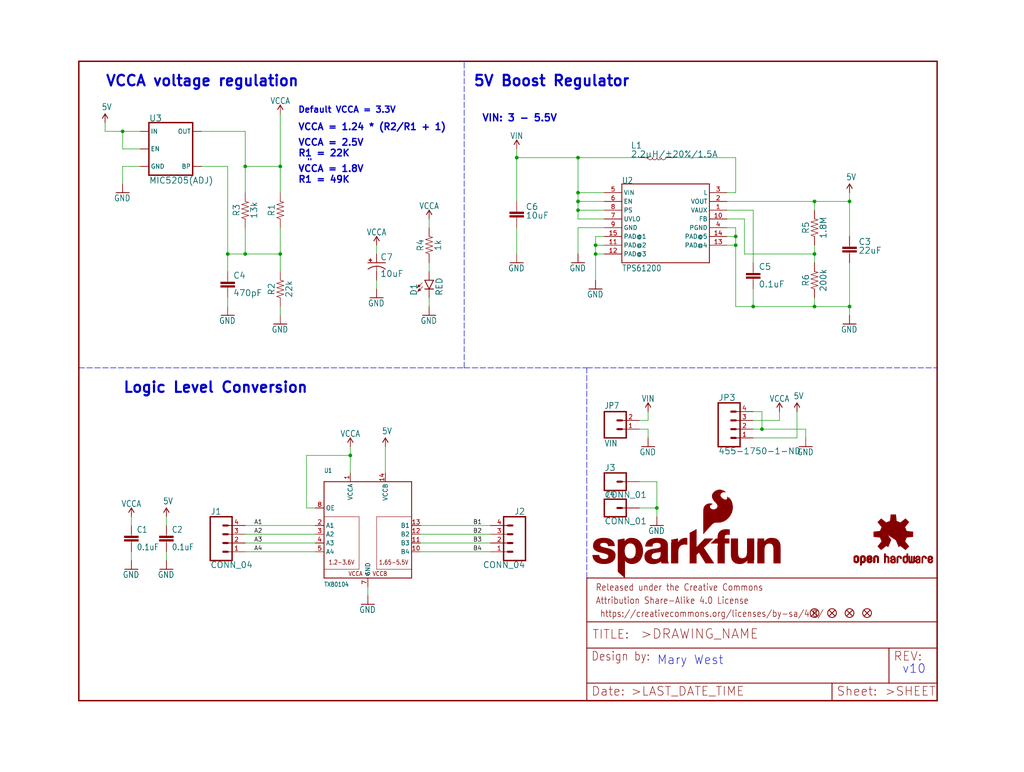
<source format=kicad_sch>
(kicad_sch (version 20211123) (generator eeschema)
  (paper "User" 297.002 223.926)
  (lib_symbols
    (symbol "eagleSchem-eagle-import:0.1UF-0603-25V-(+80{slash}-20%)"
      (property "Reference" "C" (at 1.524 2.921 0))
      (property "Value" "0.1UF-0603-25V-(+80{slash}-20%)" (at 1.524 -2.159 0))
      (symbol "0.1UF-0603-25V-(+80{slash}-20%)_1_0"
        (pin passive line (at 0 5.08 270) (length 2.54) (name "1") (number "1"))
        (pin passive line (at 0 -2.54 90) (length 2.54) (name "2") (number "2"))
      )
    )
    (symbol "eagleSchem-eagle-import:0.1UF-25V(+80{slash}-20%)(0603)"
      (property "Reference" "C" (at 1.524 2.921 0))
      (property "Value" "0.1UF-25V(+80{slash}-20%)(0603)" (at 1.524 -2.159 0))
      (symbol "0.1UF-25V(+80{slash}-20%)(0603)_1_0"
        (pin passive line (at 0 5.08 270) (length 2.54) (name "1") (number "1"))
        (pin passive line (at 0 -2.54 90) (length 2.54) (name "2") (number "2"))
      )
    )
    (symbol "eagleSchem-eagle-import:1.8MOHM"
      (property "Reference" "R" (at 0 1.524 0))
      (property "Value" "1.8MOHM" (at 0 -1.524 0))
      (symbol "1.8MOHM_1_0"
        (pin passive line (at -5.08 0 0) (length 2.54) (name "1") (number "1"))
        (pin passive line (at 5.08 0 180) (length 2.54) (name "2") (number "2"))
      )
    )
    (symbol "eagleSchem-eagle-import:10UF-0603-6.3V-20%"
      (property "Reference" "C" (at 1.524 2.921 0))
      (property "Value" "10UF-0603-6.3V-20%" (at 1.524 -2.159 0))
      (symbol "10UF-0603-6.3V-20%_1_0"
        (pin passive line (at 0 5.08 270) (length 2.54) (name "1") (number "1"))
        (pin passive line (at 0 -2.54 90) (length 2.54) (name "2") (number "2"))
      )
    )
    (symbol "eagleSchem-eagle-import:10UF-POLAR-EIA3216-16V-10%(TANT)"
      (property "Reference" "C" (at 1.016 0.635 0))
      (property "Value" "10UF-POLAR-EIA3216-16V-10%(TANT)" (at 1.016 -4.191 0))
      (symbol "10UF-POLAR-EIA3216-16V-10%(TANT)_1_0"
        (pin passive line (at 0 2.54 270) (length 2.54) (name "+") (number "+"))
        (pin passive line (at 0 -5.08 90) (length 2.54) (name "-") (number "-"))
      )
    )
    (symbol "eagleSchem-eagle-import:13KOHM-0603-1{slash}10W-1%"
      (property "Reference" "R" (at 0 1.524 0))
      (property "Value" "13KOHM-0603-1{slash}10W-1%" (at 0 -1.524 0))
      (symbol "13KOHM-0603-1{slash}10W-1%_1_0"
        (pin passive line (at -5.08 0 0) (length 2.54) (name "1") (number "1"))
        (pin passive line (at 5.08 0 180) (length 2.54) (name "2") (number "2"))
      )
    )
    (symbol "eagleSchem-eagle-import:1KOHM-0603-1{slash}10W-1%"
      (property "Reference" "R" (at 0 1.524 0))
      (property "Value" "1KOHM-0603-1{slash}10W-1%" (at 0 -1.524 0))
      (symbol "1KOHM-0603-1{slash}10W-1%_1_0"
        (pin passive line (at -5.08 0 0) (length 2.54) (name "1") (number "1"))
        (pin passive line (at 5.08 0 180) (length 2.54) (name "2") (number "2"))
      )
    )
    (symbol "eagleSchem-eagle-import:200KOHM-0603-1{slash}10W-1%"
      (property "Reference" "R" (at 0 1.524 0))
      (property "Value" "200KOHM-0603-1{slash}10W-1%" (at 0 -1.524 0))
      (symbol "200KOHM-0603-1{slash}10W-1%_1_0"
        (pin passive line (at -5.08 0 0) (length 2.54) (name "1") (number "1"))
        (pin passive line (at 5.08 0 180) (length 2.54) (name "2") (number "2"))
      )
    )
    (symbol "eagleSchem-eagle-import:22KOHM-0603-1{slash}10W-1%"
      (property "Reference" "R" (at 0 1.524 0))
      (property "Value" "22KOHM-0603-1{slash}10W-1%" (at 0 -1.524 0))
      (symbol "22KOHM-0603-1{slash}10W-1%_1_0"
        (pin passive line (at -5.08 0 0) (length 2.54) (name "1") (number "1"))
        (pin passive line (at 5.08 0 180) (length 2.54) (name "2") (number "2"))
      )
    )
    (symbol "eagleSchem-eagle-import:22UF-0805-6.3V-20%"
      (property "Reference" "C" (at 1.524 2.921 0))
      (property "Value" "22UF-0805-6.3V-20%" (at 1.524 -2.159 0))
      (symbol "22UF-0805-6.3V-20%_1_0"
        (pin passive line (at 0 5.08 270) (length 2.54) (name "1") (number "1"))
        (pin passive line (at 0 -2.54 90) (length 2.54) (name "2") (number "2"))
      )
    )
    (symbol "eagleSchem-eagle-import:470PF-0603-50V-5%"
      (property "Reference" "C" (at 1.524 2.921 0))
      (property "Value" "470PF-0603-50V-5%" (at 1.524 -2.159 0))
      (symbol "470PF-0603-50V-5%_1_0"
        (pin passive line (at 0 5.08 270) (length 2.54) (name "1") (number "1"))
        (pin passive line (at 0 -2.54 90) (length 2.54) (name "2") (number "2"))
      )
    )
    (symbol "eagleSchem-eagle-import:5V" (power)
      (property "Value" "5V" (at -1.016 3.556 0))
      (symbol "5V_1_0"
        (pin power_in line (at 0 0 90) (length 2.54) (name "5V") (number "1"))
      )
    )
    (symbol "eagleSchem-eagle-import:CONN_01"
      (property "Reference" "J" (at -2.54 3.048 0))
      (property "Value" "CONN_01" (at -2.54 -4.826 0))
      (symbol "CONN_01_1_0"
        (pin passive line (at 7.62 0 180) (length 5.08) (name "1") (number "1"))
      )
    )
    (symbol "eagleSchem-eagle-import:CONN_04"
      (property "Reference" "J" (at -5.08 8.128 0))
      (property "Value" "CONN_04" (at -5.08 -7.366 0))
      (symbol "CONN_04_1_0"
        (pin passive line (at 5.08 -2.54 180) (length 5.08) (name "1") (number "1"))
        (pin passive line (at 5.08 0 180) (length 5.08) (name "2") (number "2"))
        (pin passive line (at 5.08 2.54 180) (length 5.08) (name "3") (number "3"))
        (pin passive line (at 5.08 5.08 180) (length 5.08) (name "4") (number "4"))
      )
    )
    (symbol "eagleSchem-eagle-import:FIDUCIALUFIDUCIAL")
    (symbol "eagleSchem-eagle-import:FRAME-LETTER"
      (symbol "FRAME-LETTER_2_0"
        (text " https://creativecommons.org/licenses/by-sa/4.0/" (at 2.54 24.13 0) (effects (font (size 1.9304 1.6408)) (justify left bottom)))
        (text ">DRAWING_NAME" (at 15.494 17.78 0) (effects (font (size 2.7432 2.7432)) (justify left bottom)))
        (text ">LAST_DATE_TIME" (at 12.7 1.27 0) (effects (font (size 2.54 2.54)) (justify left bottom)))
        (text ">SHEET" (at 86.36 1.27 0) (effects (font (size 2.54 2.54)) (justify left bottom)))
        (text "Attribution Share-Alike 4.0 License" (at 2.54 27.94 0) (effects (font (size 1.9304 1.6408)) (justify left bottom)))
        (text "Date:" (at 1.27 1.27 0) (effects (font (size 2.54 2.54)) (justify left bottom)))
        (text "Design by:" (at 1.27 11.43 0) (effects (font (size 2.54 2.159)) (justify left bottom)))
        (text "Released under the Creative Commons" (at 2.54 31.75 0) (effects (font (size 1.9304 1.6408)) (justify left bottom)))
        (text "REV:" (at 88.9 11.43 0) (effects (font (size 2.54 2.54)) (justify left bottom)))
        (text "Sheet:" (at 72.39 1.27 0) (effects (font (size 2.54 2.54)) (justify left bottom)))
        (text "TITLE:" (at 1.524 17.78 0) (effects (font (size 2.54 2.54)) (justify left bottom)))
      )
    )
    (symbol "eagleSchem-eagle-import:GND" (power)
      (property "Value" "GND" (at -2.54 -2.54 0))
      (symbol "GND_1_0"
        (pin power_in line (at 0 2.54 270) (length 2.54) (name "GND") (number "1"))
      )
    )
    (symbol "eagleSchem-eagle-import:INDUCTOR-VLF4012AT-2.2UH"
      (property "Reference" "L" (at 1.27 2.54 0))
      (property "Value" "INDUCTOR-VLF4012AT-2.2UH" (at 1.27 -2.54 0))
      (symbol "INDUCTOR-VLF4012AT-2.2UH_1_0"
        (pin passive line (at 0 5.08 270) (length 2.54) (name "1") (number "P$1"))
        (pin passive line (at 0 -5.08 90) (length 2.54) (name "2") (number "P$2"))
      )
    )
    (symbol "eagleSchem-eagle-import:LED-RED0603"
      (property "Reference" "D" (at -3.429 -4.572 90))
      (property "Value" "LED-RED0603" (at 1.905 -4.572 90))
      (symbol "LED-RED0603_1_0"
        (pin passive line (at 0 2.54 270) (length 2.54) (name "A") (number "A"))
        (pin passive line (at 0 -5.08 90) (length 2.54) (name "C") (number "C"))
      )
    )
    (symbol "eagleSchem-eagle-import:M02PTH"
      (property "Reference" "JP" (at -2.54 5.842 0))
      (property "Value" "M02PTH" (at -2.54 -5.08 0))
      (symbol "M02PTH_1_0"
        (pin passive line (at 7.62 0 180) (length 5.08) (name "1") (number "1"))
        (pin passive line (at 7.62 2.54 180) (length 5.08) (name "2") (number "2"))
      )
    )
    (symbol "eagleSchem-eagle-import:OSHW-LOGOS")
    (symbol "eagleSchem-eagle-import:RESISTORAXIAL-0.3"
      (property "Reference" "R" (at 0 1.524 0))
      (property "Value" "RESISTORAXIAL-0.3" (at 0 -1.524 0))
      (symbol "RESISTORAXIAL-0.3_1_0"
        (pin passive line (at -5.08 0 0) (length 2.54) (name "1") (number "P$1"))
        (pin passive line (at 5.08 0 180) (length 2.54) (name "2") (number "P$2"))
      )
    )
    (symbol "eagleSchem-eagle-import:SFE_LOGO_NAME_FLAME.1_INCH")
    (symbol "eagleSchem-eagle-import:TPS61200"
      (property "Reference" "U" (at -12.7 10.16 0))
      (property "Value" "TPS61200" (at -12.7 -15.24 0))
      (symbol "TPS61200_1_0"
        (pin passive line (at 17.78 2.54 180) (length 5.08) (name "VAUX") (number "1"))
        (pin passive line (at 17.78 0 180) (length 5.08) (name "FB") (number "10"))
        (pin power_in line (at -17.78 -7.62 0) (length 5.08) (name "PAD@2") (number "11"))
        (pin power_in line (at -17.78 -10.16 0) (length 5.08) (name "PAD@3") (number "12"))
        (pin power_in line (at 17.78 -7.62 180) (length 5.08) (name "PAD@4") (number "13"))
        (pin power_in line (at 17.78 -5.08 180) (length 5.08) (name "PAD@5") (number "14"))
        (pin power_in line (at -17.78 -5.08 0) (length 5.08) (name "PAD@1") (number "15"))
        (pin passive line (at 17.78 5.08 180) (length 5.08) (name "VOUT") (number "2"))
        (pin passive line (at 17.78 7.62 180) (length 5.08) (name "L") (number "3"))
        (pin power_in line (at 17.78 -2.54 180) (length 5.08) (name "PGND") (number "4"))
        (pin power_in line (at -17.78 7.62 0) (length 5.08) (name "VIN") (number "5"))
        (pin input line (at -17.78 5.08 0) (length 5.08) (name "EN") (number "6"))
        (pin passive line (at -17.78 0 0) (length 5.08) (name "UVLO") (number "7"))
        (pin input line (at -17.78 2.54 0) (length 5.08) (name "PS") (number "8"))
        (pin power_in line (at -17.78 -2.54 0) (length 5.08) (name "GND") (number "9"))
      )
    )
    (symbol "eagleSchem-eagle-import:TXB0104PWR"
      (property "Reference" "U" (at -12.7 17.78 0))
      (property "Value" "TXB0104PWR" (at -12.7 -15.24 0))
      (symbol "TXB0104PWR_1_0"
        (text "1.2-3.6V" (at -11.43 -8.89 0) (effects (font (size 1.27 1.0795)) (justify left bottom)))
        (text "1.65-5.5V" (at 3.175 -8.89 0) (effects (font (size 1.27 1.0795)) (justify left bottom)))
        (text "VCCA ≤ VCCB" (at 0 -12.192 0) (effects (font (size 1.27 1.0795)) (justify bottom)))
        (pin bidirectional line (at -5.08 17.78 270) (length 2.54) (name "VCCA") (number "1"))
        (pin bidirectional line (at 15.24 -5.08 180) (length 2.54) (name "B4") (number "10"))
        (pin bidirectional line (at 15.24 -2.54 180) (length 2.54) (name "B3") (number "11"))
        (pin bidirectional line (at 15.24 0 180) (length 2.54) (name "B2") (number "12"))
        (pin bidirectional line (at 15.24 2.54 180) (length 2.54) (name "B1") (number "13"))
        (pin bidirectional line (at 5.08 17.78 270) (length 2.54) (name "VCCB") (number "14"))
        (pin bidirectional line (at -15.24 2.54 0) (length 2.54) (name "A1") (number "2"))
        (pin bidirectional line (at -15.24 0 0) (length 2.54) (name "A2") (number "3"))
        (pin bidirectional line (at -15.24 -2.54 0) (length 2.54) (name "A3") (number "4"))
        (pin bidirectional line (at -15.24 -5.08 0) (length 2.54) (name "A4") (number "5"))
        (pin bidirectional line (at 0 -15.24 90) (length 2.54) (name "GND") (number "7"))
        (pin bidirectional line (at -15.24 7.62 0) (length 2.54) (name "OE") (number "8"))
      )
    )
    (symbol "eagleSchem-eagle-import:VCCA" (power)
      (property "Value" "VCCA" (at 0 2.794 0))
      (symbol "VCCA_1_0"
        (pin power_in line (at 0 0 90) (length 2.54) (name "VCCA") (number "1"))
      )
    )
    (symbol "eagleSchem-eagle-import:VIN" (power)
      (property "Value" "VIN" (at 0 2.794 0))
      (symbol "VIN_1_0"
        (pin power_in line (at 0 0 90) (length 2.54) (name "VIN") (number "1"))
      )
    )
    (symbol "eagleSchem-eagle-import:V_REG_MIC5205ADJ"
      (property "Reference" "U" (at -7.62 7.874 0))
      (property "Value" "V_REG_MIC5205ADJ" (at -7.62 -8.128 0))
      (symbol "V_REG_MIC5205ADJ_1_0"
        (pin input line (at -10.16 5.08 0) (length 2.54) (name "IN") (number "1"))
        (pin input line (at -10.16 -5.08 0) (length 2.54) (name "GND") (number "2"))
        (pin input line (at -10.16 0 0) (length 2.54) (name "EN") (number "3"))
        (pin input line (at 7.62 -5.08 180) (length 2.54) (name "BP") (number "4"))
        (pin passive line (at 7.62 5.08 180) (length 2.54) (name "OUT") (number "5"))
      )
    )
  )
  (junction (at 190.5 147.32))
  (junction (at 81.28 73.66))
  (junction (at 236.22 58.42))
  (junction (at 35.56 38.1))
  (junction (at 167.64 60.96))
  (junction (at 246.38 58.42))
  (junction (at 213.36 71.12))
  (junction (at 71.12 73.66))
  (junction (at 236.22 73.66))
  (junction (at 167.64 45.72))
  (junction (at 172.72 71.12))
  (junction (at 213.36 68.58))
  (junction (at 167.64 55.88))
  (junction (at 81.28 48.26))
  (junction (at 218.44 88.9))
  (junction (at 167.64 58.42))
  (junction (at 172.72 73.66))
  (junction (at 71.12 48.26))
  (junction (at 101.6 132.08))
  (junction (at 149.86 45.72))
  (junction (at 220.98 124.46))
  (junction (at 246.38 88.9))
  (junction (at 236.22 88.9))
  (junction (at 66.04 73.66))
  (wire (pts (xy 218.44 60.96) (xy 210.82 60.96)))
  (wire (pts (xy 91.44 147.32) (xy 88.9 147.32)))
  (wire (pts (xy 213.36 68.58) (xy 213.36 71.12)))
  (wire (pts (xy 81.28 55.88) (xy 81.28 48.26)))
  (wire (pts (xy 220.98 119.38) (xy 220.98 124.46)))
  (wire (pts (xy 236.22 86.36) (xy 236.22 88.9)))
  (wire (pts (xy 236.22 73.66) (xy 236.22 76.2)))
  (wire (pts (xy 175.26 63.5) (xy 167.64 63.5)))
  (wire (pts (xy 121.92 154.94) (xy 142.24 154.94)))
  (wire (pts (xy 101.6 132.08) (xy 101.6 129.54)))
  (wire (pts (xy 185.42 45.72) (xy 167.64 45.72)))
  (wire (pts (xy 71.12 55.88) (xy 71.12 48.26)))
  (wire (pts (xy 213.36 71.12) (xy 213.36 88.9)))
  (wire (pts (xy 246.38 88.9) (xy 236.22 88.9)))
  (polyline (pts (xy 134.62 106.68) (xy 134.62 17.78)))
  (wire (pts (xy 185.42 121.92) (xy 187.96 121.92)))
  (wire (pts (xy 149.86 45.72) (xy 167.64 45.72)))
  (wire (pts (xy 175.26 60.96) (xy 167.64 60.96)))
  (wire (pts (xy 190.5 139.7) (xy 190.5 147.32)))
  (wire (pts (xy 66.04 73.66) (xy 71.12 73.66)))
  (wire (pts (xy 66.04 48.26) (xy 66.04 73.66)))
  (wire (pts (xy 210.82 68.58) (xy 213.36 68.58)))
  (wire (pts (xy 124.46 76.2) (xy 124.46 78.74)))
  (wire (pts (xy 246.38 88.9) (xy 246.38 91.44)))
  (wire (pts (xy 81.28 88.9) (xy 81.28 91.44)))
  (wire (pts (xy 213.36 88.9) (xy 218.44 88.9)))
  (wire (pts (xy 58.42 38.1) (xy 71.12 38.1)))
  (wire (pts (xy 246.38 76.2) (xy 246.38 88.9)))
  (wire (pts (xy 236.22 88.9) (xy 218.44 88.9)))
  (wire (pts (xy 226.06 121.92) (xy 226.06 119.38)))
  (wire (pts (xy 185.42 124.46) (xy 187.96 124.46)))
  (wire (pts (xy 167.64 60.96) (xy 167.64 58.42)))
  (wire (pts (xy 236.22 60.96) (xy 236.22 58.42)))
  (wire (pts (xy 109.22 73.66) (xy 109.22 71.12)))
  (wire (pts (xy 106.68 172.72) (xy 106.68 170.18)))
  (wire (pts (xy 149.86 66.04) (xy 149.86 73.66)))
  (polyline (pts (xy 170.18 167.64) (xy 170.18 106.68)))
  (wire (pts (xy 246.38 68.58) (xy 246.38 58.42)))
  (wire (pts (xy 48.26 160.02) (xy 48.26 162.56)))
  (wire (pts (xy 81.28 66.04) (xy 81.28 73.66)))
  (wire (pts (xy 220.98 124.46) (xy 233.68 124.46)))
  (wire (pts (xy 58.42 48.26) (xy 66.04 48.26)))
  (wire (pts (xy 121.92 152.4) (xy 142.24 152.4)))
  (wire (pts (xy 246.38 58.42) (xy 246.38 55.88)))
  (wire (pts (xy 210.82 66.04) (xy 213.36 66.04)))
  (wire (pts (xy 218.44 83.82) (xy 218.44 88.9)))
  (wire (pts (xy 121.92 160.02) (xy 142.24 160.02)))
  (wire (pts (xy 40.64 48.26) (xy 35.56 48.26)))
  (wire (pts (xy 167.64 63.5) (xy 167.64 60.96)))
  (wire (pts (xy 81.28 73.66) (xy 81.28 78.74)))
  (wire (pts (xy 210.82 71.12) (xy 213.36 71.12)))
  (wire (pts (xy 91.44 152.4) (xy 71.12 152.4)))
  (wire (pts (xy 167.64 45.72) (xy 167.64 55.88)))
  (wire (pts (xy 167.64 66.04) (xy 167.64 73.66)))
  (wire (pts (xy 149.86 58.42) (xy 149.86 45.72)))
  (wire (pts (xy 91.44 157.48) (xy 71.12 157.48)))
  (wire (pts (xy 175.26 66.04) (xy 167.64 66.04)))
  (wire (pts (xy 187.96 121.92) (xy 187.96 119.38)))
  (wire (pts (xy 175.26 73.66) (xy 172.72 73.66)))
  (wire (pts (xy 172.72 71.12) (xy 172.72 73.66)))
  (wire (pts (xy 195.58 45.72) (xy 213.36 45.72)))
  (wire (pts (xy 213.36 55.88) (xy 213.36 45.72)))
  (wire (pts (xy 71.12 73.66) (xy 81.28 73.66)))
  (wire (pts (xy 71.12 66.04) (xy 71.12 73.66)))
  (wire (pts (xy 218.44 127) (xy 231.14 127)))
  (wire (pts (xy 71.12 154.94) (xy 91.44 154.94)))
  (wire (pts (xy 167.64 58.42) (xy 167.64 55.88)))
  (polyline (pts (xy 134.62 106.68) (xy 170.18 106.68)))
  (wire (pts (xy 121.92 157.48) (xy 142.24 157.48)))
  (wire (pts (xy 30.48 38.1) (xy 30.48 35.56)))
  (wire (pts (xy 124.46 66.04) (xy 124.46 63.5)))
  (wire (pts (xy 66.04 73.66) (xy 66.04 78.74)))
  (wire (pts (xy 109.22 81.28) (xy 109.22 83.82)))
  (wire (pts (xy 66.04 86.36) (xy 66.04 88.9)))
  (wire (pts (xy 185.42 147.32) (xy 190.5 147.32)))
  (wire (pts (xy 233.68 124.46) (xy 233.68 127)))
  (polyline (pts (xy 170.18 106.68) (xy 271.78 106.68)))
  (wire (pts (xy 149.86 45.72) (xy 149.86 43.18)))
  (wire (pts (xy 175.26 55.88) (xy 167.64 55.88)))
  (wire (pts (xy 71.12 160.02) (xy 91.44 160.02)))
  (wire (pts (xy 213.36 66.04) (xy 213.36 68.58)))
  (wire (pts (xy 38.1 162.56) (xy 38.1 160.02)))
  (wire (pts (xy 218.44 121.92) (xy 226.06 121.92)))
  (wire (pts (xy 218.44 124.46) (xy 220.98 124.46)))
  (polyline (pts (xy 22.86 106.68) (xy 134.62 106.68)))
  (wire (pts (xy 185.42 139.7) (xy 190.5 139.7)))
  (wire (pts (xy 215.9 63.5) (xy 215.9 73.66)))
  (wire (pts (xy 175.26 71.12) (xy 172.72 71.12)))
  (wire (pts (xy 48.26 149.86) (xy 48.26 152.4)))
  (wire (pts (xy 236.22 71.12) (xy 236.22 73.66)))
  (wire (pts (xy 88.9 132.08) (xy 101.6 132.08)))
  (wire (pts (xy 38.1 152.4) (xy 38.1 149.86)))
  (wire (pts (xy 81.28 48.26) (xy 81.28 33.02)))
  (wire (pts (xy 210.82 63.5) (xy 215.9 63.5)))
  (wire (pts (xy 101.6 132.08) (xy 101.6 137.16)))
  (wire (pts (xy 236.22 58.42) (xy 210.82 58.42)))
  (wire (pts (xy 124.46 86.36) (xy 124.46 88.9)))
  (wire (pts (xy 35.56 48.26) (xy 35.56 53.34)))
  (wire (pts (xy 187.96 124.46) (xy 187.96 127)))
  (wire (pts (xy 246.38 58.42) (xy 236.22 58.42)))
  (wire (pts (xy 210.82 55.88) (xy 213.36 55.88)))
  (wire (pts (xy 172.72 68.58) (xy 172.72 71.12)))
  (wire (pts (xy 175.26 68.58) (xy 172.72 68.58)))
  (wire (pts (xy 172.72 73.66) (xy 172.72 81.28)))
  (wire (pts (xy 175.26 58.42) (xy 167.64 58.42)))
  (wire (pts (xy 71.12 48.26) (xy 71.12 38.1)))
  (wire (pts (xy 218.44 119.38) (xy 220.98 119.38)))
  (wire (pts (xy 231.14 127) (xy 231.14 119.38)))
  (wire (pts (xy 218.44 76.2) (xy 218.44 60.96)))
  (wire (pts (xy 236.22 73.66) (xy 215.9 73.66)))
  (wire (pts (xy 190.5 147.32) (xy 190.5 149.86)))
  (wire (pts (xy 111.76 129.54) (xy 111.76 137.16)))
  (wire (pts (xy 71.12 48.26) (xy 81.28 48.26)))
  (wire (pts (xy 35.56 38.1) (xy 40.64 38.1)))
  (wire (pts (xy 30.48 38.1) (xy 35.56 38.1)))
  (wire (pts (xy 88.9 147.32) (xy 88.9 132.08)))
  (wire (pts (xy 35.56 43.18) (xy 35.56 38.1)))
  (wire (pts (xy 40.64 43.18) (xy 35.56 43.18)))
  (text "Logic Level Conversion" (at 35.56 114.3 180) (effects (font (size 3.048 3.048) (thickness 0.6096) bold) (justify left bottom)))
  (text "Default VCCA = 3.3V" (at 86.36 33.02 180) (effects (font (size 1.778 1.778) (thickness 0.3556) bold) (justify left bottom)))
  (text "\"" (at 88.9 48.26 180) (effects (font (size 1.778 1.778) (thickness 0.3556) bold) (justify left bottom)))
  (text "VCCA = 1.8V\nR1 = 49K" (at 86.36 53.34 180) (effects (font (size 1.9304 1.9304) (thickness 0.3861) bold) (justify left bottom)))
  (text "v10" (at 261.62 195.58 180) (effects (font (size 2.54 2.54)) (justify left bottom)))
  (text "VCCA voltage regulation" (at 30.48 25.4 180) (effects (font (size 3.048 3.048) (thickness 0.6096) bold) (justify left bottom)))
  (text "VCCA = 1.24 * (R2/R1 + 1)" (at 86.36 38.1 180) (effects (font (size 1.9304 1.9304) (thickness 0.3861) bold) (justify left bottom)))
  (text "VIN: 3 - 5.5V" (at 139.7 35.56 180) (effects (font (size 2.032 2.032) (thickness 0.4064) bold) (justify left bottom)))
  (text "\"" (at 86.36 50.8 180) (effects (font (size 1.9304 1.9304) (thickness 0.3861) bold) (justify left bottom)))
  (text "VCCA = 2.5V\nR1 = 22K" (at 86.36 45.72 180) (effects (font (size 1.9304 1.9304) (thickness 0.3861) bold) (justify left bottom)))
  (text "Mary West" (at 190.5 193.04 180) (effects (font (size 2.54 2.54)) (justify left bottom)))
  (text "5V Boost Regulator" (at 137.16 25.4 180) (effects (font (size 3.048 3.048) (thickness 0.6096) bold) (justify left bottom)))
  (label "A2" (at 73.66 154.94 0) (effects (font (size 1.2446 1.2446))))
  (label "B2" (at 137.16 154.94 0) (effects (font (size 1.2446 1.2446))))
  (label "A3" (at 73.66 157.48 0) (effects (font (size 1.2446 1.2446))))
  (label "B1" (at 137.16 152.4 0) (effects (font (size 1.2446 1.2446))))
  (label "B4" (at 137.16 160.02 0) (effects (font (size 1.2446 1.2446))))
  (label "A4" (at 73.66 160.02 0) (effects (font (size 1.2446 1.2446))))
  (label "A1" (at 73.66 152.4 0) (effects (font (size 1.2446 1.2446))))
  (label "B3" (at 137.16 157.48 0) (effects (font (size 1.2446 1.2446))))
  (symbol (lib_id "eagleSchem-eagle-import:5V") (at 111.76 129.54 0) (unit 1)
    (property "Reference" "#SUPPLY1" (effects hide))
    (property "Value" "5V" (at 110.744 125.984 0) (effects (font (size 1.778 1.5113)) (justify left bottom)))
    (property "Footprint" "eagleSchem:" (effects hide))
  )
  (symbol (lib_id "eagleSchem-eagle-import:GND") (at 124.46 91.44 0) (unit 1)
    (property "Reference" "#GND10" (effects hide))
    (property "Value" "GND" (at 121.92 93.98 0) (effects (font (size 1.778 1.5113)) (justify left bottom)))
    (property "Footprint" "eagleSchem:" (effects hide))
  )
  (symbol (lib_id "eagleSchem-eagle-import:VCCA") (at 81.28 33.02 0) (unit 1)
    (property "Reference" "#U$1" (effects hide))
    (property "Value" "VCCA" (at 81.28 30.226 0) (effects (font (size 1.778 1.5113)) (justify bottom)))
    (property "Footprint" "eagleSchem:" (effects hide))
  )
  (symbol (lib_id "eagleSchem-eagle-import:FRAME-LETTER") (at 22.86 203.2 0) (unit 1)
    (property "Reference" "FRAME1" (effects hide))
    (property "Value" "FRAME-LETTER" (effects hide))
    (property "Footprint" "eagleSchem:CREATIVE_COMMONS" (effects hide))
  )
  (symbol (lib_id "eagleSchem-eagle-import:LED-RED0603") (at 124.46 81.28 0) (unit 1)
    (property "Reference" "D1" (at 121.031 85.852 90) (effects (font (size 1.778 1.778)) (justify left bottom)))
    (property "Value" "RED" (at 126.365 85.852 90) (effects (font (size 1.778 1.778)) (justify left top)))
    (property "Footprint" "eagleSchem:LED-0603" (effects hide))
  )
  (symbol (lib_id "eagleSchem-eagle-import:470PF-0603-50V-5%") (at 66.04 83.82 0) (unit 1)
    (property "Reference" "C4" (at 67.564 80.899 0) (effects (font (size 1.778 1.778)) (justify left bottom)))
    (property "Value" "470pF" (at 67.564 85.979 0) (effects (font (size 1.778 1.778)) (justify left bottom)))
    (property "Footprint" "eagleSchem:0603" (effects hide))
  )
  (symbol (lib_id "eagleSchem-eagle-import:GND") (at 187.96 129.54 0) (unit 1)
    (property "Reference" "#GND11" (effects hide))
    (property "Value" "GND" (at 185.42 132.08 0) (effects (font (size 1.778 1.5113)) (justify left bottom)))
    (property "Footprint" "eagleSchem:" (effects hide))
  )
  (symbol (lib_id "eagleSchem-eagle-import:VCCA") (at 109.22 71.12 0) (unit 1)
    (property "Reference" "#U$5" (effects hide))
    (property "Value" "VCCA" (at 109.22 68.326 0) (effects (font (size 1.778 1.5113)) (justify bottom)))
    (property "Footprint" "eagleSchem:" (effects hide))
  )
  (symbol (lib_id "eagleSchem-eagle-import:200KOHM-0603-1{slash}10W-1%") (at 236.22 81.28 90) (unit 1)
    (property "Reference" "R6" (at 234.696 81.28 0) (effects (font (size 1.778 1.778)) (justify bottom)))
    (property "Value" "200k" (at 237.744 81.28 0) (effects (font (size 1.778 1.778)) (justify top)))
    (property "Footprint" "eagleSchem:0603" (effects hide))
  )
  (symbol (lib_id "eagleSchem-eagle-import:1.8MOHM") (at 236.22 66.04 90) (unit 1)
    (property "Reference" "R5" (at 234.696 66.04 0) (effects (font (size 1.778 1.778)) (justify bottom)))
    (property "Value" "1.8M" (at 237.744 66.04 0) (effects (font (size 1.778 1.778)) (justify top)))
    (property "Footprint" "eagleSchem:0603" (effects hide))
  )
  (symbol (lib_id "eagleSchem-eagle-import:GND") (at 38.1 165.1 0) (unit 1)
    (property "Reference" "#GND3" (effects hide))
    (property "Value" "GND" (at 35.56 167.64 0) (effects (font (size 1.778 1.5113)) (justify left bottom)))
    (property "Footprint" "eagleSchem:" (effects hide))
  )
  (symbol (lib_id "eagleSchem-eagle-import:GND") (at 172.72 83.82 0) (unit 1)
    (property "Reference" "#GND13" (effects hide))
    (property "Value" "GND" (at 170.18 86.36 0) (effects (font (size 1.778 1.5113)) (justify left bottom)))
    (property "Footprint" "eagleSchem:" (effects hide))
  )
  (symbol (lib_id "eagleSchem-eagle-import:GND") (at 167.64 76.2 0) (unit 1)
    (property "Reference" "#GND12" (effects hide))
    (property "Value" "GND" (at 165.1 78.74 0) (effects (font (size 1.778 1.5113)) (justify left bottom)))
    (property "Footprint" "eagleSchem:" (effects hide))
  )
  (symbol (lib_id "eagleSchem-eagle-import:FIDUCIALUFIDUCIAL") (at 246.38 177.8 0) (unit 1)
    (property "Reference" "FD3" (effects hide))
    (property "Value" "FIDUCIALUFIDUCIAL" (effects hide))
    (property "Footprint" "eagleSchem:FIDUCIAL-MICRO" (effects hide))
  )
  (symbol (lib_id "eagleSchem-eagle-import:VCCA") (at 226.06 119.38 0) (unit 1)
    (property "Reference" "#U$4" (effects hide))
    (property "Value" "VCCA" (at 226.06 116.586 0) (effects (font (size 1.778 1.5113)) (justify bottom)))
    (property "Footprint" "eagleSchem:" (effects hide))
  )
  (symbol (lib_id "eagleSchem-eagle-import:CONN_04") (at 147.32 157.48 0) (mirror y) (unit 1)
    (property "Reference" "J2" (at 152.4 149.352 0) (effects (font (size 1.778 1.778)) (justify left bottom)))
    (property "Value" "CONN_04" (at 152.4 164.846 0) (effects (font (size 1.778 1.778)) (justify left bottom)))
    (property "Footprint" "eagleSchem:1X04" (effects hide))
  )
  (symbol (lib_id "eagleSchem-eagle-import:M02PTH") (at 177.8 124.46 0) (unit 1)
    (property "Reference" "JP7" (at 175.26 118.618 0) (effects (font (size 1.778 1.5113)) (justify left bottom)))
    (property "Value" "VIN" (at 175.26 129.54 0) (effects (font (size 1.778 1.5113)) (justify left bottom)))
    (property "Footprint" "eagleSchem:1X02" (effects hide))
  )
  (symbol (lib_id "eagleSchem-eagle-import:FIDUCIALUFIDUCIAL") (at 236.22 177.8 0) (unit 1)
    (property "Reference" "FD1" (effects hide))
    (property "Value" "FIDUCIALUFIDUCIAL" (effects hide))
    (property "Footprint" "eagleSchem:FIDUCIAL-MICRO" (effects hide))
  )
  (symbol (lib_id "eagleSchem-eagle-import:SFE_LOGO_NAME_FLAME.1_INCH") (at 171.196 167.894 0) (unit 1)
    (property "Reference" "LOGO1" (effects hide))
    (property "Value" "SFE_LOGO_NAME_FLAME.1_INCH" (effects hide))
    (property "Footprint" "eagleSchem:SFE_LOGO_NAME_FLAME_.1" (effects hide))
  )
  (symbol (lib_id "eagleSchem-eagle-import:INDUCTOR-VLF4012AT-2.2UH") (at 190.5 45.72 270) (unit 1)
    (property "Reference" "L1" (at 182.88 43.18 90) (effects (font (size 1.778 1.778)) (justify left bottom)))
    (property "Value" "2.2µH/±20%/1.5A" (at 182.88 45.72 90) (effects (font (size 1.778 1.778)) (justify left bottom)))
    (property "Footprint" "eagleSchem:INDUCTOR_2.2UH" (effects hide))
  )
  (symbol (lib_id "eagleSchem-eagle-import:VCCA") (at 101.6 129.54 0) (unit 1)
    (property "Reference" "#U$2" (effects hide))
    (property "Value" "VCCA" (at 101.6 126.746 0) (effects (font (size 1.778 1.5113)) (justify bottom)))
    (property "Footprint" "eagleSchem:" (effects hide))
  )
  (symbol (lib_id "eagleSchem-eagle-import:GND") (at 66.04 91.44 0) (unit 1)
    (property "Reference" "#GND7" (effects hide))
    (property "Value" "GND" (at 63.5 93.98 0) (effects (font (size 1.778 1.5113)) (justify left bottom)))
    (property "Footprint" "eagleSchem:" (effects hide))
  )
  (symbol (lib_id "eagleSchem-eagle-import:CONN_01") (at 177.8 139.7 0) (unit 1)
    (property "Reference" "J3" (at 175.26 136.652 0) (effects (font (size 1.778 1.778)) (justify left bottom)))
    (property "Value" "CONN_01" (at 175.26 144.526 0) (effects (font (size 1.778 1.778)) (justify left bottom)))
    (property "Footprint" "eagleSchem:1X01" (effects hide))
  )
  (symbol (lib_id "eagleSchem-eagle-import:0.1UF-25V(+80{slash}-20%)(0603)") (at 48.26 157.48 0) (unit 1)
    (property "Reference" "C2" (at 49.784 154.559 0) (effects (font (size 1.778 1.5113)) (justify left bottom)))
    (property "Value" "0.1uF" (at 49.784 159.639 0) (effects (font (size 1.778 1.5113)) (justify left bottom)))
    (property "Footprint" "eagleSchem:0603-CAP" (effects hide))
  )
  (symbol (lib_id "eagleSchem-eagle-import:GND") (at 190.5 152.4 0) (unit 1)
    (property "Reference" "#GND15" (effects hide))
    (property "Value" "GND" (at 187.96 154.94 0) (effects (font (size 1.778 1.5113)) (justify left bottom)))
    (property "Footprint" "eagleSchem:" (effects hide))
  )
  (symbol (lib_id "eagleSchem-eagle-import:GND") (at 233.68 129.54 0) (unit 1)
    (property "Reference" "#GND14" (effects hide))
    (property "Value" "GND" (at 231.14 132.08 0) (effects (font (size 1.778 1.5113)) (justify left bottom)))
    (property "Footprint" "eagleSchem:" (effects hide))
  )
  (symbol (lib_id "eagleSchem-eagle-import:FIDUCIALUFIDUCIAL") (at 241.3 177.8 0) (unit 1)
    (property "Reference" "FD2" (effects hide))
    (property "Value" "FIDUCIALUFIDUCIAL" (effects hide))
    (property "Footprint" "eagleSchem:FIDUCIAL-MICRO" (effects hide))
  )
  (symbol (lib_id "eagleSchem-eagle-import:0.1UF-0603-25V-(+80{slash}-20%)") (at 218.44 81.28 0) (unit 1)
    (property "Reference" "C5" (at 219.964 78.359 0) (effects (font (size 1.778 1.778)) (justify left bottom)))
    (property "Value" "0.1uF" (at 219.964 83.439 0) (effects (font (size 1.778 1.778)) (justify left bottom)))
    (property "Footprint" "eagleSchem:0603" (effects hide))
  )
  (symbol (lib_id "eagleSchem-eagle-import:0.1UF-25V(+80{slash}-20%)(0603)") (at 38.1 157.48 0) (unit 1)
    (property "Reference" "C1" (at 39.624 154.559 0) (effects (font (size 1.778 1.5113)) (justify left bottom)))
    (property "Value" "0.1uF" (at 39.624 159.639 0) (effects (font (size 1.778 1.5113)) (justify left bottom)))
    (property "Footprint" "eagleSchem:0603-CAP" (effects hide))
  )
  (symbol (lib_id "eagleSchem-eagle-import:TPS61200") (at 193.04 63.5 0) (unit 1)
    (property "Reference" "U2" (at 180.34 53.34 0) (effects (font (size 1.778 1.5113)) (justify left bottom)))
    (property "Value" "TPS61200" (at 180.34 78.74 0) (effects (font (size 1.778 1.5113)) (justify left bottom)))
    (property "Footprint" "eagleSchem:QFN-10_PAD" (effects hide))
  )
  (symbol (lib_id "eagleSchem-eagle-import:FIDUCIALUFIDUCIAL") (at 251.46 177.8 0) (unit 1)
    (property "Reference" "FD4" (effects hide))
    (property "Value" "FIDUCIALUFIDUCIAL" (effects hide))
    (property "Footprint" "eagleSchem:FIDUCIAL-MICRO" (effects hide))
  )
  (symbol (lib_id "eagleSchem-eagle-import:10UF-POLAR-EIA3216-16V-10%(TANT)") (at 109.22 76.2 0) (unit 1)
    (property "Reference" "C7" (at 110.236 75.565 0) (effects (font (size 1.778 1.778)) (justify left bottom)))
    (property "Value" "10uF" (at 110.236 80.391 0) (effects (font (size 1.778 1.778)) (justify left bottom)))
    (property "Footprint" "eagleSchem:EIA3216" (effects hide))
  )
  (symbol (lib_id "eagleSchem-eagle-import:CONN_01") (at 177.8 147.32 0) (unit 1)
    (property "Reference" "J4" (at 175.26 144.272 0) (effects (font (size 1.778 1.778)) (justify left bottom)))
    (property "Value" "CONN_01" (at 175.26 152.146 0) (effects (font (size 1.778 1.778)) (justify left bottom)))
    (property "Footprint" "eagleSchem:1X01" (effects hide))
  )
  (symbol (lib_id "eagleSchem-eagle-import:GND") (at 149.86 76.2 0) (unit 1)
    (property "Reference" "#GND8" (effects hide))
    (property "Value" "GND" (at 147.32 78.74 0) (effects (font (size 1.778 1.5113)) (justify left bottom)))
    (property "Footprint" "eagleSchem:" (effects hide))
  )
  (symbol (lib_id "eagleSchem-eagle-import:10UF-0603-6.3V-20%") (at 149.86 63.5 0) (unit 1)
    (property "Reference" "C6" (at 152.4 60.96 0) (effects (font (size 1.778 1.778)) (justify left bottom)))
    (property "Value" "10uF" (at 152.4 63.5 0) (effects (font (size 1.778 1.778)) (justify left bottom)))
    (property "Footprint" "eagleSchem:0603" (effects hide))
  )
  (symbol (lib_id "eagleSchem-eagle-import:5V") (at 48.26 149.86 0) (unit 1)
    (property "Reference" "#SUPPLY4" (effects hide))
    (property "Value" "5V" (at 47.244 146.304 0) (effects (font (size 1.778 1.5113)) (justify left bottom)))
    (property "Footprint" "eagleSchem:" (effects hide))
  )
  (symbol (lib_id "eagleSchem-eagle-import:CONN_04") (at 66.04 157.48 0) (unit 1)
    (property "Reference" "J1" (at 60.96 149.352 0) (effects (font (size 1.778 1.778)) (justify left bottom)))
    (property "Value" "CONN_04" (at 60.96 164.846 0) (effects (font (size 1.778 1.778)) (justify left bottom)))
    (property "Footprint" "eagleSchem:1X04" (effects hide))
  )
  (symbol (lib_id "eagleSchem-eagle-import:5V") (at 246.38 55.88 0) (unit 1)
    (property "Reference" "#SUPPLY5" (effects hide))
    (property "Value" "5V" (at 245.364 52.324 0) (effects (font (size 1.778 1.5113)) (justify left bottom)))
    (property "Footprint" "eagleSchem:" (effects hide))
  )
  (symbol (lib_id "eagleSchem-eagle-import:OSHW-LOGOS") (at 259.08 154.94 0) (unit 1)
    (property "Reference" "LOGO2" (effects hide))
    (property "Value" "OSHW-LOGOS" (effects hide))
    (property "Footprint" "eagleSchem:OSHW-LOGO-S" (effects hide))
  )
  (symbol (lib_id "eagleSchem-eagle-import:VIN") (at 187.96 119.38 0) (unit 1)
    (property "Reference" "#SUPPLY9" (effects hide))
    (property "Value" "VIN" (at 187.96 116.586 0) (effects (font (size 1.778 1.5113)) (justify bottom)))
    (property "Footprint" "eagleSchem:" (effects hide))
  )
  (symbol (lib_id "eagleSchem-eagle-import:GND") (at 109.22 86.36 0) (unit 1)
    (property "Reference" "#GND9" (effects hide))
    (property "Value" "GND" (at 106.68 88.9 0) (effects (font (size 1.778 1.5113)) (justify left bottom)))
    (property "Footprint" "eagleSchem:" (effects hide))
  )
  (symbol (lib_id "eagleSchem-eagle-import:5V") (at 30.48 35.56 0) (unit 1)
    (property "Reference" "#SUPPLY6" (effects hide))
    (property "Value" "5V" (at 29.464 32.004 0) (effects (font (size 1.778 1.5113)) (justify left bottom)))
    (property "Footprint" "eagleSchem:" (effects hide))
  )
  (symbol (lib_id "eagleSchem-eagle-import:CONN_04") (at 213.36 124.46 0) (unit 1)
    (property "Reference" "JP3" (at 208.28 116.332 0) (effects (font (size 1.778 1.778)) (justify left bottom)))
    (property "Value" "455-1750-1-ND" (at 208.28 131.826 0) (effects (font (size 1.778 1.778)) (justify left bottom)))
    (property "Footprint" "eagleSchem:1X04" (effects hide))
  )
  (symbol (lib_id "eagleSchem-eagle-import:TXB0104PWR") (at 106.68 154.94 0) (unit 1)
    (property "Reference" "U1" (at 93.98 137.16 0) (effects (font (size 1.27 1.0795)) (justify left bottom)))
    (property "Value" "TXB0104" (at 93.98 170.18 0) (effects (font (size 1.27 1.0795)) (justify left bottom)))
    (property "Footprint" "eagleSchem:TSSOP14" (effects hide))
  )
  (symbol (lib_id "eagleSchem-eagle-import:GND") (at 48.26 165.1 0) (unit 1)
    (property "Reference" "#GND2" (effects hide))
    (property "Value" "GND" (at 45.72 167.64 0) (effects (font (size 1.778 1.5113)) (justify left bottom)))
    (property "Footprint" "eagleSchem:" (effects hide))
  )
  (symbol (lib_id "eagleSchem-eagle-import:VCCA") (at 38.1 149.86 0) (unit 1)
    (property "Reference" "#U$3" (effects hide))
    (property "Value" "VCCA" (at 38.1 147.066 0) (effects (font (size 1.778 1.5113)) (justify bottom)))
    (property "Footprint" "eagleSchem:" (effects hide))
  )
  (symbol (lib_id "eagleSchem-eagle-import:GND") (at 106.68 175.26 0) (unit 1)
    (property "Reference" "#GND6" (effects hide))
    (property "Value" "GND" (at 104.14 177.8 0) (effects (font (size 1.778 1.5113)) (justify left bottom)))
    (property "Footprint" "eagleSchem:" (effects hide))
  )
  (symbol (lib_id "eagleSchem-eagle-import:VIN") (at 149.86 43.18 0) (unit 1)
    (property "Reference" "#SUPPLY8" (effects hide))
    (property "Value" "VIN" (at 149.86 40.386 0) (effects (font (size 1.778 1.5113)) (justify bottom)))
    (property "Footprint" "eagleSchem:" (effects hide))
  )
  (symbol (lib_id "eagleSchem-eagle-import:RESISTORAXIAL-0.3") (at 81.28 60.96 90) (unit 1)
    (property "Reference" "R1" (at 79.756 60.96 0) (effects (font (size 1.778 1.778)) (justify bottom)))
    (property "Value" " " (at 82.804 60.96 0) (effects (font (size 1.778 1.778)) (justify top)))
    (property "Footprint" "eagleSchem:AXIAL-0.3" (effects hide))
  )
  (symbol (lib_id "eagleSchem-eagle-import:GND") (at 246.38 93.98 0) (unit 1)
    (property "Reference" "#GND4" (effects hide))
    (property "Value" "GND" (at 243.84 96.52 0) (effects (font (size 1.778 1.5113)) (justify left bottom)))
    (property "Footprint" "eagleSchem:" (effects hide))
  )
  (symbol (lib_id "eagleSchem-eagle-import:22UF-0805-6.3V-20%") (at 246.38 73.66 0) (unit 1)
    (property "Reference" "C3" (at 248.92 71.12 0) (effects (font (size 1.778 1.778)) (justify left bottom)))
    (property "Value" "22uF" (at 248.92 73.66 0) (effects (font (size 1.778 1.778)) (justify left bottom)))
    (property "Footprint" "eagleSchem:0805" (effects hide))
  )
  (symbol (lib_id "eagleSchem-eagle-import:FRAME-LETTER") (at 170.18 203.2 0) (unit 2)
    (property "Reference" "FRAME1" (effects hide))
    (property "Value" "FRAME-LETTER" (effects hide))
    (property "Footprint" "eagleSchem:CREATIVE_COMMONS" (effects hide))
  )
  (symbol (lib_id "eagleSchem-eagle-import:VCCA") (at 124.46 63.5 0) (unit 1)
    (property "Reference" "#U$6" (effects hide))
    (property "Value" "VCCA" (at 124.46 60.706 0) (effects (font (size 1.778 1.5113)) (justify bottom)))
    (property "Footprint" "eagleSchem:" (effects hide))
  )
  (symbol (lib_id "eagleSchem-eagle-import:GND") (at 35.56 55.88 0) (unit 1)
    (property "Reference" "#GND1" (effects hide))
    (property "Value" "GND" (at 33.02 58.42 0) (effects (font (size 1.778 1.5113)) (justify left bottom)))
    (property "Footprint" "eagleSchem:" (effects hide))
  )
  (symbol (lib_id "eagleSchem-eagle-import:V_REG_MIC5205ADJ") (at 50.8 43.18 0) (unit 1)
    (property "Reference" "U3" (at 43.18 35.306 0) (effects (font (size 1.778 1.778)) (justify left bottom)))
    (property "Value" "MIC5205(ADJ)" (at 43.18 51.308 0) (effects (font (size 1.778 1.778)) (justify left top)))
    (property "Footprint" "eagleSchem:SOT23-5" (effects hide))
  )
  (symbol (lib_id "eagleSchem-eagle-import:22KOHM-0603-1{slash}10W-1%") (at 81.28 83.82 90) (unit 1)
    (property "Reference" "R2" (at 79.756 83.82 0) (effects (font (size 1.778 1.778)) (justify bottom)))
    (property "Value" "22k" (at 82.804 83.82 0) (effects (font (size 1.778 1.778)) (justify top)))
    (property "Footprint" "eagleSchem:0603" (effects hide))
  )
  (symbol (lib_id "eagleSchem-eagle-import:1KOHM-0603-1{slash}10W-1%") (at 124.46 71.12 90) (unit 1)
    (property "Reference" "R4" (at 122.936 71.12 0) (effects (font (size 1.778 1.778)) (justify bottom)))
    (property "Value" "1k" (at 125.984 71.12 0) (effects (font (size 1.778 1.778)) (justify top)))
    (property "Footprint" "eagleSchem:0603" (effects hide))
  )
  (symbol (lib_id "eagleSchem-eagle-import:5V") (at 231.14 119.38 0) (unit 1)
    (property "Reference" "#SUPPLY12" (effects hide))
    (property "Value" "5V" (at 230.124 115.824 0) (effects (font (size 1.778 1.5113)) (justify left bottom)))
    (property "Footprint" "eagleSchem:" (effects hide))
  )
  (symbol (lib_id "eagleSchem-eagle-import:GND") (at 81.28 93.98 0) (unit 1)
    (property "Reference" "#GND5" (effects hide))
    (property "Value" "GND" (at 78.74 96.52 0) (effects (font (size 1.778 1.5113)) (justify left bottom)))
    (property "Footprint" "eagleSchem:" (effects hide))
  )
  (symbol (lib_id "eagleSchem-eagle-import:13KOHM-0603-1{slash}10W-1%") (at 71.12 60.96 90) (unit 1)
    (property "Reference" "R3" (at 69.596 60.96 0) (effects (font (size 1.778 1.778)) (justify bottom)))
    (property "Value" "13k" (at 72.644 60.96 0) (effects (font (size 1.778 1.778)) (justify top)))
    (property "Footprint" "eagleSchem:0603" (effects hide))
  )
)
</source>
